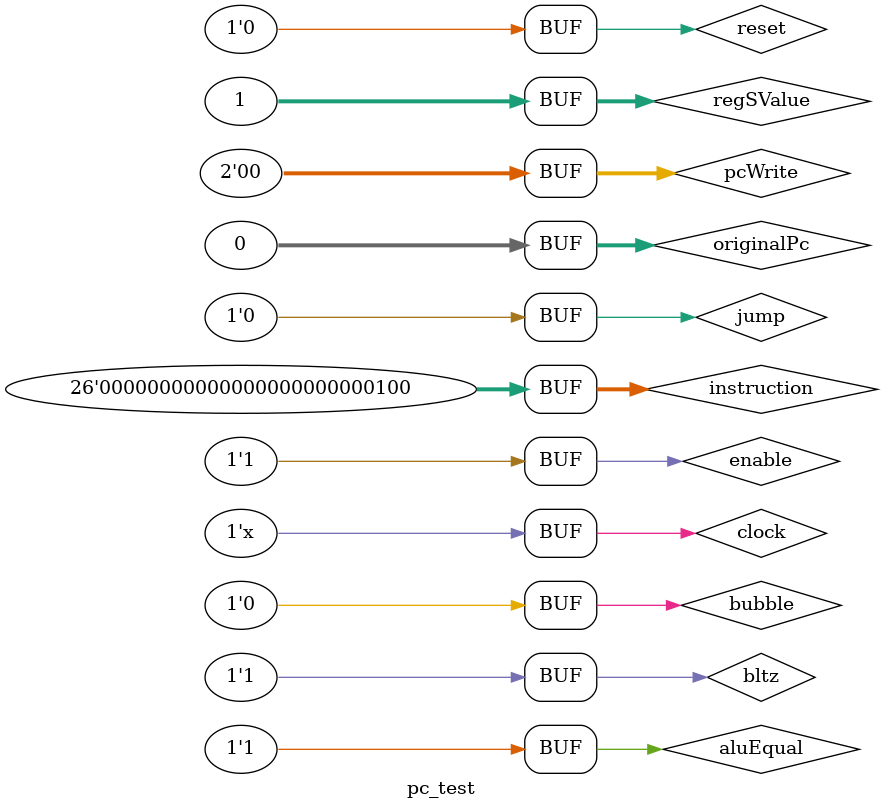
<source format=v>
`timescale 1ns / 1ps


module pc_test();
    reg [31: 0] originalPc = 0;
    reg [31: 0] regSValue=0;
    reg [25: 0] instruction=0;
    //reg [15: 0] immediate=0;
    reg [1: 0] pcWrite=0;
    reg aluEqual=0;
    reg reset=0;
    reg enable=1;
    reg clock=0;
    reg jump=0;
    reg bltz = 0;
    reg bubble = 0;
    wire jumped;
    wire [31: 0] pc;
    wire [24: 0] totalCycle;
    wire [24: 0] unconditionalJump;
    wire [24: 0] conditionalJump;
    wire [24: 0] conditionalSuccessfulJump;

    Pc testpc(.originalPc(originalPc), .regSValue(regSValue), .instruction(instruction), //.immediate(immediate),
            .pcWrite(pcWrite), .aluEqual(aluEqual), .reset(reset), .enable(enable),
            .clock(clock), .jump(jump), .bltz(bltz), .bubble(bubble), .jumped(jumped),
            .pc(pc), .totalCycle(totalCycle), .unconditionalJump(unconditionalJump),
            .conditionalJump(conditionalJump), .conditionalSuccessfulJump(conditionalSuccessfulJump)
        );

    always #5 clock = ~clock;
    initial begin
        #5 reset = 1;
        #10 reset = 0;

        // jump test
        #10 jump = 1;
        instruction = 32'h0c25;
        #10 instruction = 32'h0c64;

        // do noting test
        #10 jump = 0;
        pcWrite = 0;
        #10 pcWrite = 0;

        // jr test
        #10 pcWrite = 1;
        regSValue = 4000;
        #10 regSValue = 8;

        // beq test
        #10 pcWrite =2;
        aluEqual = 1;
        //immediate = 10;
        //#10 immediate = -6;
        #10 aluEqual = 0;

        // bne test
        #10 pcWrite =3;
        aluEqual = 0;
        //Immediate = 10;
        //#10 immediate = -6;
        #10 aluEqual = 1;

        // bltz test
        #10 bltz = 1;
        pcWrite = 0;
        jump = 0;
        instruction = 4;
        regSValue = -32'h1;
        #10 regSValue = 32'h1;

        // enable test
        #10 enable = 0;
        #10 enable = 1;

        // reset test
        #10 reset = 1;
        #10 reset = 0;
    end
endmodule

</source>
